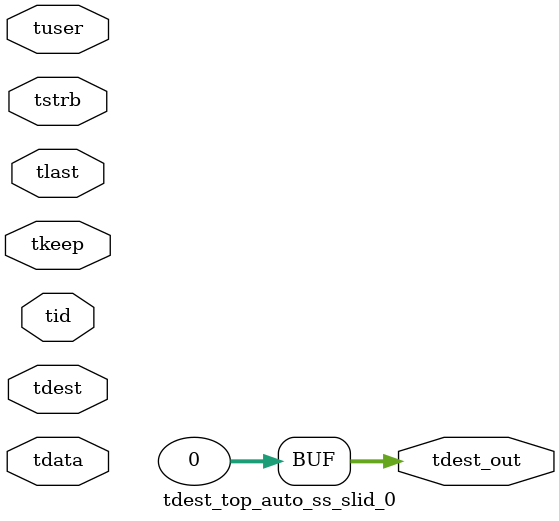
<source format=v>


`timescale 1ps/1ps

module tdest_top_auto_ss_slid_0 #
(
parameter C_S_AXIS_TDATA_WIDTH = 32,
parameter C_S_AXIS_TUSER_WIDTH = 0,
parameter C_S_AXIS_TID_WIDTH   = 0,
parameter C_S_AXIS_TDEST_WIDTH = 0,
parameter C_M_AXIS_TDEST_WIDTH = 32
)
(
input  [(C_S_AXIS_TDATA_WIDTH == 0 ? 1 : C_S_AXIS_TDATA_WIDTH)-1:0     ] tdata,
input  [(C_S_AXIS_TUSER_WIDTH == 0 ? 1 : C_S_AXIS_TUSER_WIDTH)-1:0     ] tuser,
input  [(C_S_AXIS_TID_WIDTH   == 0 ? 1 : C_S_AXIS_TID_WIDTH)-1:0       ] tid,
input  [(C_S_AXIS_TDEST_WIDTH == 0 ? 1 : C_S_AXIS_TDEST_WIDTH)-1:0     ] tdest,
input  [(C_S_AXIS_TDATA_WIDTH/8)-1:0 ] tkeep,
input  [(C_S_AXIS_TDATA_WIDTH/8)-1:0 ] tstrb,
input                                                                    tlast,
output [C_M_AXIS_TDEST_WIDTH-1:0] tdest_out
);

assign tdest_out = {3'b000};

endmodule


</source>
